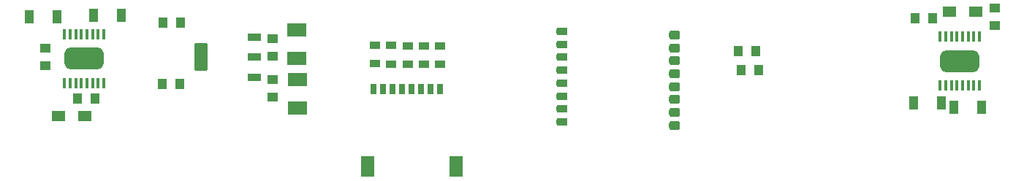
<source format=gbp>
G04*
G04 #@! TF.GenerationSoftware,Altium Limited,Altium Designer,21.3.2 (30)*
G04*
G04 Layer_Color=128*
%FSLAX43Y43*%
%MOMM*%
G71*
G04*
G04 #@! TF.SameCoordinates,E583AE15-D421-4EF2-A5E4-CEDEED2159FB*
G04*
G04*
G04 #@! TF.FilePolarity,Positive*
G04*
G01*
G75*
%ADD24R,1.067X1.524*%
%ADD29R,1.270X1.016*%
%ADD31R,1.270X0.889*%
%ADD33R,1.016X1.270*%
G04:AMPARAMS|DCode=84|XSize=0.9mm|YSize=1.27mm|CornerRadius=0.225mm|HoleSize=0mm|Usage=FLASHONLY|Rotation=270.000|XOffset=0mm|YOffset=0mm|HoleType=Round|Shape=RoundedRectangle|*
%AMROUNDEDRECTD84*
21,1,0.900,0.820,0,0,270.0*
21,1,0.450,1.270,0,0,270.0*
1,1,0.450,-0.410,-0.225*
1,1,0.450,-0.410,0.225*
1,1,0.450,0.410,0.225*
1,1,0.450,0.410,-0.225*
%
%ADD84ROUNDEDRECTD84*%
G04:AMPARAMS|DCode=85|XSize=1mm|YSize=1.27mm|CornerRadius=0.25mm|HoleSize=0mm|Usage=FLASHONLY|Rotation=90.000|XOffset=0mm|YOffset=0mm|HoleType=Round|Shape=RoundedRectangle|*
%AMROUNDEDRECTD85*
21,1,1.000,0.770,0,0,90.0*
21,1,0.500,1.270,0,0,90.0*
1,1,0.500,0.385,0.250*
1,1,0.500,0.385,-0.250*
1,1,0.500,-0.385,-0.250*
1,1,0.500,-0.385,0.250*
%
%ADD85ROUNDEDRECTD85*%
%ADD86R,1.500X2.400*%
%ADD87R,0.800X1.300*%
G04:AMPARAMS|DCode=88|XSize=0.9mm|YSize=1.45mm|CornerRadius=0.05mm|HoleSize=0mm|Usage=FLASHONLY|Rotation=90.000|XOffset=0mm|YOffset=0mm|HoleType=Round|Shape=RoundedRectangle|*
%AMROUNDEDRECTD88*
21,1,0.900,1.351,0,0,90.0*
21,1,0.801,1.450,0,0,90.0*
1,1,0.099,0.676,0.401*
1,1,0.099,0.676,-0.401*
1,1,0.099,-0.676,-0.401*
1,1,0.099,-0.676,0.401*
%
%ADD88ROUNDEDRECTD88*%
G04:AMPARAMS|DCode=89|XSize=3.15mm|YSize=1.45mm|CornerRadius=0.051mm|HoleSize=0mm|Usage=FLASHONLY|Rotation=90.000|XOffset=0mm|YOffset=0mm|HoleType=Round|Shape=RoundedRectangle|*
%AMROUNDEDRECTD89*
21,1,3.150,1.349,0,0,90.0*
21,1,3.049,1.450,0,0,90.0*
1,1,0.102,0.674,1.524*
1,1,0.102,0.674,-1.524*
1,1,0.102,-0.674,-1.524*
1,1,0.102,-0.674,1.524*
%
%ADD89ROUNDEDRECTD89*%
G04:AMPARAMS|DCode=90|XSize=2.5mm|YSize=4.5mm|CornerRadius=0.625mm|HoleSize=0mm|Usage=FLASHONLY|Rotation=90.000|XOffset=0mm|YOffset=0mm|HoleType=Round|Shape=RoundedRectangle|*
%AMROUNDEDRECTD90*
21,1,2.500,3.250,0,0,90.0*
21,1,1.250,4.500,0,0,90.0*
1,1,1.250,1.625,0.625*
1,1,1.250,1.625,-0.625*
1,1,1.250,-1.625,-0.625*
1,1,1.250,-1.625,0.625*
%
%ADD90ROUNDEDRECTD90*%
G04:AMPARAMS|DCode=91|XSize=0.4mm|YSize=1.2mm|CornerRadius=0.05mm|HoleSize=0mm|Usage=FLASHONLY|Rotation=0.000|XOffset=0mm|YOffset=0mm|HoleType=Round|Shape=RoundedRectangle|*
%AMROUNDEDRECTD91*
21,1,0.400,1.100,0,0,0.0*
21,1,0.300,1.200,0,0,0.0*
1,1,0.100,0.150,-0.550*
1,1,0.100,-0.150,-0.550*
1,1,0.100,-0.150,0.550*
1,1,0.100,0.150,0.550*
%
%ADD91ROUNDEDRECTD91*%
%ADD92R,2.286X1.626*%
%ADD93R,1.575X1.219*%
D24*
X5850Y68000D02*
D03*
X2598D02*
D03*
X108300Y58050D02*
D03*
X105048D02*
D03*
X10050Y68200D02*
D03*
X13302D02*
D03*
X112950Y57500D02*
D03*
X109698D02*
D03*
D29*
X114450Y66950D02*
D03*
Y68982D02*
D03*
X30800Y63418D02*
D03*
Y65450D02*
D03*
X30850Y60700D02*
D03*
Y58668D02*
D03*
X4500Y64400D02*
D03*
Y62368D02*
D03*
D31*
X44576Y64679D02*
D03*
Y62521D02*
D03*
X42696Y64712D02*
D03*
Y62553D02*
D03*
X50215Y64630D02*
D03*
Y62471D02*
D03*
X48335Y64630D02*
D03*
Y62471D02*
D03*
X46456Y64630D02*
D03*
Y62471D02*
D03*
D33*
X84768Y64050D02*
D03*
X86800D02*
D03*
X87100Y61800D02*
D03*
X85068D02*
D03*
X20100Y60200D02*
D03*
X18068D02*
D03*
X18150Y67300D02*
D03*
X20182D02*
D03*
X107250Y67800D02*
D03*
X105218D02*
D03*
X8200Y58500D02*
D03*
X10232D02*
D03*
D84*
X64350Y57300D02*
D03*
Y60300D02*
D03*
Y66300D02*
D03*
Y64800D02*
D03*
Y63300D02*
D03*
Y61800D02*
D03*
Y58800D02*
D03*
X64326Y55826D02*
D03*
D85*
X77350Y56900D02*
D03*
Y58400D02*
D03*
Y59900D02*
D03*
Y61400D02*
D03*
Y62900D02*
D03*
Y64400D02*
D03*
Y65900D02*
D03*
Y55400D02*
D03*
D86*
X52110Y50650D02*
D03*
X41850D02*
D03*
D87*
X50237Y59650D02*
D03*
X48037D02*
D03*
X49137D02*
D03*
X46937D02*
D03*
X45837D02*
D03*
X44737D02*
D03*
X43637D02*
D03*
X42530Y59636D02*
D03*
D88*
X28675Y65600D02*
D03*
Y63300D02*
D03*
Y61000D02*
D03*
D89*
X22525Y63300D02*
D03*
D90*
X110425Y62850D02*
D03*
X9000Y63150D02*
D03*
D91*
X112700Y60000D02*
D03*
X112050D02*
D03*
X111400D02*
D03*
X110750D02*
D03*
X110100D02*
D03*
X109450D02*
D03*
X108800D02*
D03*
X108150D02*
D03*
X112700Y65700D02*
D03*
X112050D02*
D03*
X111400D02*
D03*
X110750D02*
D03*
X110100D02*
D03*
X109450D02*
D03*
X108800D02*
D03*
X108150D02*
D03*
X6725Y66000D02*
D03*
X7375D02*
D03*
X8025D02*
D03*
X9975D02*
D03*
X10625D02*
D03*
X11275D02*
D03*
X6725Y60300D02*
D03*
X7375D02*
D03*
X8025D02*
D03*
X8675D02*
D03*
X9325D02*
D03*
X9975D02*
D03*
X10625D02*
D03*
X11275D02*
D03*
X9325Y66000D02*
D03*
X8675D02*
D03*
D92*
X33650Y63148D02*
D03*
Y66450D02*
D03*
X33700Y60752D02*
D03*
Y57450D02*
D03*
D93*
X109202Y68550D02*
D03*
X112250D02*
D03*
X9048Y56450D02*
D03*
X6000D02*
D03*
M02*

</source>
